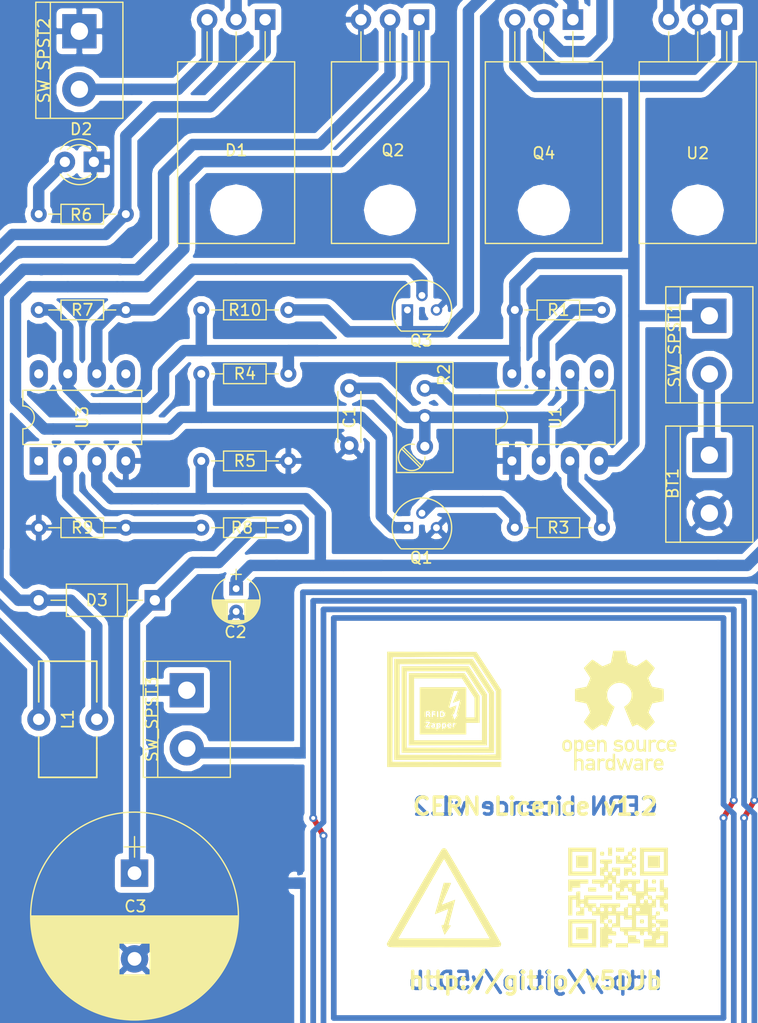
<source format=kicad_pcb>
(kicad_pcb (version 20170123) (host pcbnew no-vcs-found-e2505cb~60~ubuntu14.04.1)
  (layers (0 F.Cu signal) (31 B.Cu signal hide) (34 B.Paste user) (35 F.Paste user hide) (36 B.SilkS user hide) (37 F.SilkS user) (38 B.Mask user hide) (39 F.Mask user hide) (44 Edge.Cuts user hide))
  (net 0 "")
  (net 1 "Net-(AE1-Pad1)")
  (net 2 GNDPWR)
  (net 3 "Net-(C2-Pad1)")
  (net 4 "Net-(C3-Pad1)")
  (net 5 "Net-(D1-Pad1)")
  (net 6 C)
  (net 7 "Net-(D1-Pad3)")
  (net 8 "Net-(D2-Pad2)")
  (net 9 "Net-(D3-Pad2)")
  (net 10 "Net-(Q1-Pad2)")
  (net 11 A)
  (net 12 "Net-(Q3-Pad1)")
  (net 13 "Net-(Q3-Pad2)")
  (net 14 Q)
  (net 15 B)
  (net 16 "Net-(U1-Pad5)")
  (net 17 /VCC)
  (net 18 /THR)
  (net 19 /VDD)
  (net 20 /DIS)
  (net 21 "Net-(U3-Pad8)")
  (net 22 "Net-(U3-Pad5)")
  (net 23 "Net-(U3-Pad1)")
  (module Graphics:high-voltaje (layer F.Cu) (at 180.75 119.25)
    (fp_text reference G*** hide)
    (fp_text value LOGO hide)
  )
  (module Potentiometers:Potentiometer_Trimmer_Bourns_3296W (layer F.Cu) (at 179.07 79.756 270)
    (fp_text reference R2 (at -6.256 -1.68 270) (layer F.SilkS))
    (fp_text value 2k)
    (pad 1 thru_hole circle (at 0 0 270) (size 1.44 1.44) (drill 0.8) (layers *.Cu *.Mask) (net 18 /THR))
    (pad 2 thru_hole circle (at -2.54 0 270) (size 1.44 1.44) (drill 0.8) (layers *.Cu *.Mask) (net 18 /THR))
    (pad 3 thru_hole circle (at -5.08 0 270) (size 1.44 1.44) (drill 0.8) (layers *.Cu *.Mask) (net 20 /DIS))
  )
  (module RF_Modules:NFC_ANTENNA_40_40 (layer B.Cu) (at 168.402 112.268)
    (fp_text reference AE1)
    (fp_text value Antenna_RFID)
    (fp_line (start 0.9 1.2) (end 1.8 0.35) (layer B.Cu) (width 0.5))
    (fp_line (start 38.6 -1.2) (end 39.5 -0.35) (layer B.Cu) (width 0.5))
    (fp_line (start 36.8 -1.2) (end 37.7 -0.35) (layer B.Cu) (width 0.5))
    (fp_line (start 0.9 0) (end 1.8 1.55) (layer F.Cu) (width 0.5))
    (fp_line (start 39.5 -1.55) (end 38.6 0) (layer F.Cu) (width 0.5))
    (fp_line (start 37.7 -1.55) (end 36.8 0) (layer F.Cu) (width 0.5))
    (fp_line (start 0.9 1.2) (end 0.9 19) (layer B.Cu) (width 0.5))
    (fp_line (start 1.8 -18.25) (end 1.8 0.35) (layer B.Cu) (width 0.5))
    (fp_line (start 1.8 18.25) (end 1.8 1.55) (layer B.Cu) (width 0.5))
    (fp_line (start 2.7 -17.5) (end 2.7 17.5) (layer B.Cu) (width 0.5))
    (fp_line (start 0.9 -19) (end 0.9 0) (layer B.Cu) (width 0.5))
    (fp_line (start 36.8 17.5) (end 36.8 0) (layer B.Cu) (width 0.5))
    (fp_line (start 37.7 18.25) (end 37.7 -0.35) (layer B.Cu) (width 0.5))
    (fp_line (start 38.6 19) (end 38.6 0) (layer B.Cu) (width 0.5))
    (fp_line (start 2.7 17.5) (end 36.8 17.5) (layer B.Cu) (width 0.5))
    (fp_line (start 1.8 18.25) (end 37.7 18.25) (layer B.Cu) (width 0.5))
    (fp_line (start 38.6 19) (end 0.9 19) (layer B.Cu) (width 0.5))
    (fp_line (start 2.7 -17.5) (end 36.8 -17.5) (layer B.Cu) (width 0.5))
    (fp_line (start 1.8 -18.25) (end 37.7 -18.25) (layer B.Cu) (width 0.5))
    (fp_line (start 36.8 -17.5) (end 36.8 -1.2) (layer B.Cu) (width 0.5))
    (fp_line (start 37.7 -18.25) (end 37.7 -1.55) (layer B.Cu) (width 0.5))
    (fp_line (start 38.6 -19) (end 0.9 -19) (layer B.Cu) (width 0.5))
    (fp_line (start 38.6 -19) (end 38.6 -1.2) (layer B.Cu) (width 0.5))
    (fp_line (start 39.5 -19.75) (end 39.5 -1.55) (layer B.Cu) (width 0.5))
    (fp_line (start 39.5 19.75) (end 39.5 -0.35) (layer B.Cu) (width 0.5))
    (fp_line (start 0 -19.75) (end 39.5 -19.75) (layer B.Cu) (width 0.5))
    (fp_line (start 0 19.75) (end 39.5 19.75) (layer B.Cu) (width 0.5))
    (fp_line (start 0 5.7) (end 0 19.75) (layer B.Cu) (width 0.5))
    (fp_line (start 0 -5.7) (end 0 -19.75) (layer B.Cu) (width 0.5))
    (pad 1 smd rect (at -0.25 -5.7) (size 1 1) (layers B.Cu B.Paste B.Mask) (net 1 "Net-(AE1-Pad1)"))
    (pad 2 smd rect (at -0.25 5.7) (size 1 1) (layers B.Cu B.Paste B.Mask) (net 2 GNDPWR))
    (pad "" thru_hole circle (at 39.5 -1.55) (size 0.7 0.7) (drill 0.35) (layers *.Cu *.Mask))
    (pad "" thru_hole circle (at 38.6 0) (size 0.7 0.7) (drill 0.35) (layers *.Cu *.Mask))
    (pad "" thru_hole circle (at 36.8 0) (size 0.7 0.7) (drill 0.35) (layers *.Cu *.Mask))
    (pad "" thru_hole circle (at 37.7 -1.55) (size 0.7 0.7) (drill 0.35) (layers *.Cu *.Mask))
    (pad "" thru_hole circle (at 0.9 0) (size 0.7 0.7) (drill 0.35) (layers *.Cu *.Mask))
    (pad "" thru_hole circle (at 1.8 1.55) (size 0.7 0.7) (drill 0.35) (layers *.Cu *.Mask))
  )
  (module Connect:bornier2 (layer F.Cu) (at 203.962 80.518 270)
    (fp_text reference BT1 (at 2.482 3.212 270) (layer F.SilkS))
    (fp_text value Battery9v)
    (pad 1 thru_hole rect (at 0 0 270) (size 3 3) (drill 1.52) (layers *.Cu *.Mask) (net 17 /VCC))
    (pad 2 thru_hole circle (at 5.08 0 270) (size 3 3) (drill 1.52) (layers *.Cu *.Mask) (net 2 GNDPWR))
  )
  (module Capacitors_ThroughHole:C_Disc_D4.3mm_W1.9mm_P5.00mm (layer F.Cu) (at 172.466 74.676 270)
    (fp_text reference C1 (at 2.54 0 270) (layer F.SilkS))
    (fp_text value 20nF)
    (pad 2 thru_hole circle (at 5 0 270) (size 1.6 1.6) (drill 0.8) (layers *.Cu *.Mask) (net 2 GNDPWR))
    (pad 1 thru_hole circle (at 0 0 270) (size 1.6 1.6) (drill 0.8) (layers *.Cu *.Mask) (net 18 /THR))
  )
  (module Capacitors_ThroughHole:CP_Radial_D4.0mm_P2.00mm (layer F.Cu) (at 162.56 92.202 270)
    (fp_text reference C2 (at 3.798 0.06) (layer F.SilkS))
    (fp_text value "100uF 16v")
    (pad 2 thru_hole circle (at 2 0 270) (size 1.2 1.2) (drill 0.6) (layers *.Cu *.Mask) (net 2 GNDPWR))
    (pad 1 thru_hole rect (at 0 0 270) (size 1.2 1.2) (drill 0.6) (layers *.Cu *.Mask) (net 3 "Net-(C2-Pad1)"))
  )
  (module Capacitors_ThroughHole:CP_Radial_D18.0mm_P7.50mm (layer F.Cu) (at 153.67 117.094 270)
    (fp_text reference C3 (at 2.906 -0.08) (layer F.SilkS))
    (fp_text value "120uF 400v")
    (pad 2 thru_hole circle (at 7.5 0 270) (size 2.4 2.4) (drill 1.2) (layers *.Cu *.Mask) (net 2 GNDPWR))
    (pad 1 thru_hole rect (at 0 0 270) (size 2.4 2.4) (drill 1.2) (layers *.Cu *.Mask) (net 4 "Net-(C3-Pad1)"))
  )
  (module TO_SOT_Packages_THT:TO-220_Horizontal (layer F.Cu) (at 165.1 42.418 180)
    (fp_text reference D1 (at 2.54 -11.43 180) (layer F.SilkS))
    (fp_text value "T410 700T")
    (pad 0 np_thru_hole oval (at 2.54 -16.66 180) (size 3.5 3.5) (drill 3.5) (layers *.Cu *.Mask))
    (pad 1 thru_hole rect (at 0 0 180) (size 1.8 1.8) (drill 1) (layers *.Cu *.Mask) (net 5 "Net-(D1-Pad1)"))
    (pad 2 thru_hole oval (at 2.54 0 180) (size 1.8 1.8) (drill 1) (layers *.Cu *.Mask) (net 6 C))
    (pad 3 thru_hole oval (at 5.08 0 180) (size 1.8 1.8) (drill 1) (layers *.Cu *.Mask) (net 7 "Net-(D1-Pad3)"))
  )
  (module LEDs:LED_D3.0mm (layer F.Cu) (at 150.114 54.864 180)
    (fp_text reference D2 (at 1.114 2.864 180) (layer F.SilkS))
    (fp_text value LED)
    (pad 2 thru_hole circle (at 2.54 0 180) (size 1.8 1.8) (drill 0.9) (layers *.Cu *.Mask) (net 8 "Net-(D2-Pad2)"))
    (pad 1 thru_hole rect (at 0 0 180) (size 1.8 1.8) (drill 0.9) (layers *.Cu *.Mask) (net 2 GNDPWR))
  )
  (module Diodes_ThroughHole:D_A-405_P10.16mm_Horizontal (layer F.Cu) (at 155.448 93.218 180)
    (fp_text reference D3 (at 5.08 0 180) (layer F.SilkS))
    (fp_text value RG4)
    (pad 2 thru_hole oval (at 10.16 0 180) (size 1.8 1.8) (drill 0.9) (layers *.Cu *.Mask) (net 9 "Net-(D3-Pad2)"))
    (pad 1 thru_hole rect (at 0 0 180) (size 1.8 1.8) (drill 0.9) (layers *.Cu *.Mask) (net 4 "Net-(C3-Pad1)"))
  )
  (module TO_SOT_Packages_THT:TO-92_Molded_Narrow (layer F.Cu) (at 177.546 86.868)
    (fp_text reference Q1 (at 1.204 2.632) (layer F.SilkS))
    (fp_text value BC549)
    (pad 1 thru_hole rect (at 0 0 90) (size 1 1) (drill 0.6) (layers *.Cu *.Mask) (net 11 A))
    (pad 3 thru_hole circle (at 2.54 0 90) (size 1 1) (drill 0.6) (layers *.Cu *.Mask) (net 2 GNDPWR))
    (pad 2 thru_hole circle (at 1.27 -1.27 90) (size 1 1) (drill 0.6) (layers *.Cu *.Mask) (net 10 "Net-(Q1-Pad2)"))
  )
  (module TO_SOT_Packages_THT:TO-220_Horizontal (layer F.Cu) (at 178.562 42.418 180)
    (fp_text reference Q2 (at 2.286 -11.43 180) (layer F.SilkS))
    (fp_text value "P3NB90 FP")
    (pad 3 thru_hole oval (at 5.08 0 180) (size 1.8 1.8) (drill 1) (layers *.Cu *.Mask) (net 2 GNDPWR))
    (pad 2 thru_hole oval (at 2.54 0 180) (size 1.8 1.8) (drill 1) (layers *.Cu *.Mask) (net 9 "Net-(D3-Pad2)"))
    (pad 1 thru_hole rect (at 0 0 180) (size 1.8 1.8) (drill 1) (layers *.Cu *.Mask) (net 11 A))
    (pad 0 np_thru_hole oval (at 2.54 -16.66 180) (size 3.5 3.5) (drill 3.5) (layers *.Cu *.Mask))
  )
  (module TO_SOT_Packages_THT:TO-92_Molded_Narrow (layer F.Cu) (at 177.546 67.818)
    (fp_text reference Q3 (at 1.204 2.682) (layer F.SilkS))
    (fp_text value BC549)
    (pad 1 thru_hole rect (at 0 0 90) (size 1 1) (drill 0.6) (layers *.Cu *.Mask) (net 12 "Net-(Q3-Pad1)"))
    (pad 3 thru_hole circle (at 2.54 0 90) (size 1 1) (drill 0.6) (layers *.Cu *.Mask) (net 2 GNDPWR))
    (pad 2 thru_hole circle (at 1.27 -1.27 90) (size 1 1) (drill 0.6) (layers *.Cu *.Mask) (net 13 "Net-(Q3-Pad2)"))
  )
  (module TO_SOT_Packages_THT:TO-220_Horizontal (layer F.Cu) (at 192.024 42.418 180)
    (fp_text reference Q4 (at 2.54 -11.684 180) (layer F.SilkS))
    (fp_text value IRF9630G)
    (pad 3 thru_hole oval (at 5.08 0 180) (size 1.8 1.8) (drill 1) (layers *.Cu *.Mask) (net 19 /VDD))
    (pad 2 thru_hole oval (at 2.54 0 180) (size 1.8 1.8) (drill 1) (layers *.Cu *.Mask) (net 6 C))
    (pad 1 thru_hole rect (at 0 0 180) (size 1.8 1.8) (drill 1) (layers *.Cu *.Mask) (net 12 "Net-(Q3-Pad1)"))
    (pad 0 np_thru_hole oval (at 2.54 -16.66 180) (size 3.5 3.5) (drill 3.5) (layers *.Cu *.Mask))
  )
  (module Resistors_ThroughHole:R_Axial_DIN0204_L3.6mm_D1.6mm_P7.62mm_Horizontal (layer F.Cu) (at 186.944 67.818)
    (fp_text reference R1 (at 3.81 0) (layer F.SilkS))
    (fp_text value 1k)
    (pad 1 thru_hole circle (at 0 0) (size 1.4 1.4) (drill 0.7) (layers *.Cu *.Mask) (net 19 /VDD))
    (pad 2 thru_hole oval (at 7.62 0) (size 1.4 1.4) (drill 0.7) (layers *.Cu *.Mask) (net 20 /DIS))
  )
  (module Resistors_ThroughHole:R_Axial_DIN0204_L3.6mm_D1.6mm_P7.62mm_Horizontal (layer F.Cu) (at 186.944 86.868)
    (fp_text reference R3 (at 3.81 0) (layer F.SilkS))
    (fp_text value 1k)
    (pad 2 thru_hole oval (at 7.62 0) (size 1.4 1.4) (drill 0.7) (layers *.Cu *.Mask) (net 14 Q))
    (pad 1 thru_hole circle (at 0 0) (size 1.4 1.4) (drill 0.7) (layers *.Cu *.Mask) (net 10 "Net-(Q1-Pad2)"))
  )
  (module Resistors_ThroughHole:R_Axial_DIN0204_L3.6mm_D1.6mm_P7.62mm_Horizontal (layer F.Cu) (at 167.132 73.406 180)
    (fp_text reference R4 (at 3.81 0 180) (layer F.SilkS))
    (fp_text value 220)
    (pad 2 thru_hole oval (at 7.62 0 180) (size 1.4 1.4) (drill 0.7) (layers *.Cu *.Mask) (net 11 A))
    (pad 1 thru_hole circle (at 0 0 180) (size 1.4 1.4) (drill 0.7) (layers *.Cu *.Mask) (net 19 /VDD))
  )
  (module Resistors_ThroughHole:R_Axial_DIN0204_L3.6mm_D1.6mm_P7.62mm_Horizontal (layer F.Cu) (at 159.512 81.026)
    (fp_text reference R5 (at 3.81 0 -180) (layer F.SilkS))
    (fp_text value 10k)
    (pad 2 thru_hole oval (at 7.62 0) (size 1.4 1.4) (drill 0.7) (layers *.Cu *.Mask) (net 2 GNDPWR))
    (pad 1 thru_hole circle (at 0 0) (size 1.4 1.4) (drill 0.7) (layers *.Cu *.Mask) (net 3 "Net-(C2-Pad1)"))
  )
  (module Resistors_ThroughHole:R_Axial_DIN0204_L3.6mm_D1.6mm_P7.62mm_Horizontal (layer F.Cu) (at 152.908 59.436 180)
    (fp_text reference R6 (at 3.908 -0.064 180) (layer F.SilkS))
    (fp_text value 330)
    (pad 1 thru_hole circle (at 0 0 180) (size 1.4 1.4) (drill 0.7) (layers *.Cu *.Mask) (net 5 "Net-(D1-Pad1)"))
    (pad 2 thru_hole oval (at 7.62 0 180) (size 1.4 1.4) (drill 0.7) (layers *.Cu *.Mask) (net 8 "Net-(D2-Pad2)"))
  )
  (module Resistors_ThroughHole:R_Axial_DIN0204_L3.6mm_D1.6mm_P7.62mm_Horizontal (layer F.Cu) (at 145.288 67.818)
    (fp_text reference R7 (at 3.81 0) (layer F.SilkS))
    (fp_text value 1k)
    (pad 1 thru_hole circle (at 0 0) (size 1.4 1.4) (drill 0.7) (layers *.Cu *.Mask) (net 19 /VDD))
    (pad 2 thru_hole oval (at 7.62 0) (size 1.4 1.4) (drill 0.7) (layers *.Cu *.Mask) (net 13 "Net-(Q3-Pad2)"))
  )
  (module Resistors_ThroughHole:R_Axial_DIN0204_L3.6mm_D1.6mm_P7.62mm_Horizontal (layer F.Cu) (at 167.132 86.868 180)
    (fp_text reference R8 (at 4.064 0 180) (layer F.SilkS))
    (fp_text value 10M)
    (pad 1 thru_hole circle (at 0 0 180) (size 1.4 1.4) (drill 0.7) (layers *.Cu *.Mask) (net 4 "Net-(C3-Pad1)"))
    (pad 2 thru_hole oval (at 7.62 0 180) (size 1.4 1.4) (drill 0.7) (layers *.Cu *.Mask) (net 15 B))
  )
  (module Resistors_ThroughHole:R_Axial_DIN0204_L3.6mm_D1.6mm_P7.62mm_Horizontal (layer F.Cu) (at 152.908 86.868 180)
    (fp_text reference R9 (at 3.81 0 180) (layer F.SilkS))
    (fp_text value 150k)
    (pad 2 thru_hole oval (at 7.62 0 180) (size 1.4 1.4) (drill 0.7) (layers *.Cu *.Mask) (net 2 GNDPWR))
    (pad 1 thru_hole circle (at 0 0 180) (size 1.4 1.4) (drill 0.7) (layers *.Cu *.Mask) (net 15 B))
  )
  (module Resistors_ThroughHole:R_Axial_DIN0204_L3.6mm_D1.6mm_P7.62mm_Horizontal (layer F.Cu) (at 159.512 67.818)
    (fp_text reference R10 (at 3.81 0) (layer F.SilkS))
    (fp_text value 1k)
    (pad 2 thru_hole oval (at 7.62 0) (size 1.4 1.4) (drill 0.7) (layers *.Cu *.Mask) (net 12 "Net-(Q3-Pad1)"))
    (pad 1 thru_hole circle (at 0 0) (size 1.4 1.4) (drill 0.7) (layers *.Cu *.Mask) (net 19 /VDD))
  )
  (module Connect:bornier2 (layer F.Cu) (at 203.962 68.326 270)
    (fp_text reference SW_SPST1 (at 2.54 3.048 270) (layer F.SilkS))
    (fp_text value SW_READY)
    (pad 1 thru_hole rect (at 0 0 270) (size 3 3) (drill 1.52) (layers *.Cu *.Mask) (net 17 /VCC))
    (pad 2 thru_hole circle (at 5.08 0 270) (size 3 3) (drill 1.52) (layers *.Cu *.Mask) (net 19 /VDD))
  )
  (module Connect:bornier2 (layer F.Cu) (at 148.844 43.434 270)
    (fp_text reference SW_SPST2 (at 2.566 3.094 270) (layer F.SilkS))
    (fp_text value SW_CHARGE)
    (pad 2 thru_hole circle (at 5.08 0 270) (size 3 3) (drill 1.52) (layers *.Cu *.Mask) (net 7 "Net-(D1-Pad3)"))
    (pad 1 thru_hole rect (at 0 0 270) (size 3 3) (drill 1.52) (layers *.Cu *.Mask) (net 2 GNDPWR))
  )
  (module Connect:bornier2 (layer F.Cu) (at 158.242 101.092 270)
    (fp_text reference SW_SPST3 (at 2.54 3.048 270) (layer F.SilkS))
    (fp_text value SW_ZAP)
    (pad 2 thru_hole circle (at 5.08 0 270) (size 3 3) (drill 1.52) (layers *.Cu *.Mask) (net 1 "Net-(AE1-Pad1)"))
    (pad 1 thru_hole rect (at 0 0 270) (size 3 3) (drill 1.52) (layers *.Cu *.Mask) (net 4 "Net-(C3-Pad1)"))
  )
  (module TO_SOT_Packages_THT:TO-220_Horizontal (layer F.Cu) (at 205.486 42.418 180)
    (fp_text reference U2 (at 2.54 -11.684 180) (layer F.SilkS))
    (fp_text value L7805)
    (pad 0 np_thru_hole oval (at 2.54 -16.66 180) (size 3.5 3.5) (drill 3.5) (layers *.Cu *.Mask))
    (pad 1 thru_hole rect (at 0 0 180) (size 1.8 1.8) (drill 1) (layers *.Cu *.Mask) (net 19 /VDD))
    (pad 2 thru_hole oval (at 2.54 0 180) (size 1.8 1.8) (drill 1) (layers *.Cu *.Mask) (net 2 GNDPWR))
    (pad 3 thru_hole oval (at 5.08 0 180) (size 1.8 1.8) (drill 1) (layers *.Cu *.Mask) (net 3 "Net-(C2-Pad1)"))
  )
  (module Choke_Toroid_ThroughHole:Choke_Toroid_5x10mm_Vertical (layer F.Cu) (at 145.288 98.552 270)
    (fp_text reference L1 (at 5.08 -2.54 270) (layer F.SilkS))
    (fp_text value 100uH)
    (pad 2 thru_hole circle (at 5.08 -5.08 270) (size 1.99898 1.99898) (drill 1.00076) (layers *.Cu *.Mask) (net 9 "Net-(D3-Pad2)"))
    (pad 1 thru_hole circle (at 5.08 0 270) (size 1.99898 1.99898) (drill 1.00076) (layers *.Cu *.Mask) (net 5 "Net-(D1-Pad1)"))
  )
  (module Housings_DIP:DIP-8_W7.62mm_LongPads (layer F.Cu) (at 145.288 81.026 90)
    (fp_text reference U3 (at 3.81 3.81 90) (layer F.SilkS))
    (fp_text value TL071)
    (pad 8 thru_hole oval (at 7.62 0 90) (size 2.4 1.6) (drill 0.8) (layers *.Cu *.Mask) (net 21 "Net-(U3-Pad8)"))
    (pad 4 thru_hole oval (at 0 7.62 90) (size 2.4 1.6) (drill 0.8) (layers *.Cu *.Mask) (net 2 GNDPWR))
    (pad 7 thru_hole oval (at 7.62 2.54 90) (size 2.4 1.6) (drill 0.8) (layers *.Cu *.Mask) (net 19 /VDD))
    (pad 3 thru_hole oval (at 0 5.08 90) (size 2.4 1.6) (drill 0.8) (layers *.Cu *.Mask) (net 3 "Net-(C2-Pad1)"))
    (pad 6 thru_hole oval (at 7.62 5.08 90) (size 2.4 1.6) (drill 0.8) (layers *.Cu *.Mask) (net 13 "Net-(Q3-Pad2)"))
    (pad 2 thru_hole oval (at 0 2.54 90) (size 2.4 1.6) (drill 0.8) (layers *.Cu *.Mask) (net 15 B))
    (pad 5 thru_hole oval (at 7.62 7.62 90) (size 2.4 1.6) (drill 0.8) (layers *.Cu *.Mask) (net 22 "Net-(U3-Pad5)"))
    (pad 1 thru_hole rect (at 0 0 90) (size 2.4 1.6) (drill 0.8) (layers *.Cu *.Mask) (net 23 "Net-(U3-Pad1)"))
  )
  (module Housings_DIP:DIP-8_W7.62mm_LongPads (layer F.Cu) (at 186.69 81.026 90)
    (fp_text reference U1 (at 3.776 3.81 90) (layer F.SilkS))
    (fp_text value NE555)
    (pad 8 thru_hole oval (at 7.62 0 90) (size 2.4 1.6) (drill 0.8) (layers *.Cu *.Mask) (net 19 /VDD))
    (pad 4 thru_hole oval (at 0 7.62 90) (size 2.4 1.6) (drill 0.8) (layers *.Cu *.Mask) (net 19 /VDD))
    (pad 7 thru_hole oval (at 7.62 2.54 90) (size 2.4 1.6) (drill 0.8) (layers *.Cu *.Mask) (net 20 /DIS))
    (pad 3 thru_hole oval (at 0 5.08 90) (size 2.4 1.6) (drill 0.8) (layers *.Cu *.Mask) (net 14 Q))
    (pad 6 thru_hole oval (at 7.62 5.08 90) (size 2.4 1.6) (drill 0.8) (layers *.Cu *.Mask) (net 18 /THR))
    (pad 2 thru_hole oval (at 0 2.54 90) (size 2.4 1.6) (drill 0.8) (layers *.Cu *.Mask) (net 18 /THR))
    (pad 5 thru_hole oval (at 7.62 7.62 90) (size 2.4 1.6) (drill 0.8) (layers *.Cu *.Mask) (net 16 "Net-(U1-Pad5)"))
    (pad 1 thru_hole rect (at 0 0 90) (size 2.4 1.6) (drill 0.8) (layers *.Cu *.Mask) (net 2 GNDPWR))
  )
  (module Graphics:open-source-hardware (layer F.Cu) (at 196.088 102.87)
    (fp_text reference G*** hide)
    (fp_text value LOGO hide)
  )
  (module Graphics:gitqrcode (layer F.Cu) (at 196 119.25)
    (fp_text reference G*** hide)
    (fp_text value LOGO hide)
  )
  (module Graphics:rfidzapper (layer F.Cu) (at 180.75 102.75)
    (fp_text reference G*** hide)
    (fp_text value LOGO hide)
  )
  (module Graphics:gitqrcode_cu (layer B.Cu) (at 180.75 119.25)
    (fp_text reference G*** hide)
    (fp_text value LOGO hide)
  )
  (module Graphics:high-voltaje_cu (layer B.Cu) (at 196 119.25 180)
    (fp_text reference G*** hide)
    (fp_text value LOGO hide)
  )
  (module Graphics:open-source-hardware_cu (layer B.Cu) (at 180.75 103 180)
    (fp_text reference G*** hide)
    (fp_text value LOGO hide)
  )
  (module Graphics:rfidzapper_cu (layer B.Cu) (at 196 102.75 180)
    (fp_text reference G*** hide)
    (fp_text value LOGO hide)
  )
  (gr_text http://git.io/v5DJb (at 188.75 126.5) (layer B.Cu) (effects (font (size 1.5 1.5) (thickness 0.3)) (justify mirror)))
  (gr_text "CERN Licence v1.2" (at 188.75 111.25) (layer B.Cu) (effects (font (size 1.5 1.5) (thickness 0.3)) (justify mirror)))
  (gr_text http://git.io/v5DJb (at 188.722 126.492) (layer F.SilkS) (effects (font (size 1.5 1.5) (thickness 0.3))))
  (gr_text "CERN Licence v1.2" (at 188.722 111.252) (layer F.SilkS) (effects (font (size 1.5 1.5) (thickness 0.3))))
  (segment (start 168.152 106.568) (end 158.638 106.568) (width 1) (layer B.Cu) (net 1))
  (segment (start 158.638 106.568) (end 158.242 106.172) (width 1) (layer B.Cu) (net 1))
  (segment (start 158.354 106.06) (end 158.242 106.172) (width 1) (layer B.Cu) (net 1))
  (segment (start 168.152 117.968) (end 160.296 117.968) (width 1) (layer B.Cu) (net 2))
  (segment (start 160.296 117.968) (end 153.67 124.594) (width 1) (layer B.Cu) (net 2))
  (segment (start 162.56 92.202) (end 162.56 91.44) (width 1) (layer B.Cu) (net 3))
  (segment (start 163.83 90.17) (end 166.116 90.17) (width 1) (layer B.Cu) (net 3))
  (segment (start 162.56 91.44) (end 163.83 90.17) (width 1) (layer B.Cu) (net 3))
  (segment (start 171.958 90.17) (end 166.116 90.17) (width 1) (layer B.Cu) (net 3))
  (segment (start 175.26 90.17) (end 171.958 90.17) (width 1) (layer B.Cu) (net 3))
  (segment (start 200.406 42.418) (end 200.406 39.624) (width 1) (layer B.Cu) (net 3))
  (segment (start 207.264 90.17) (end 204.724 90.17) (width 1) (layer B.Cu) (net 3))
  (segment (start 209.804 87.63) (end 207.264 90.17) (width 1) (layer B.Cu) (net 3))
  (segment (start 209.804 39.878) (end 209.804 87.63) (width 1) (layer B.Cu) (net 3))
  (segment (start 208.026 38.1) (end 209.804 39.878) (width 1) (layer B.Cu) (net 3))
  (segment (start 201.93 38.1) (end 208.026 38.1) (width 1) (layer B.Cu) (net 3))
  (segment (start 200.406 39.624) (end 201.93 38.1) (width 1) (layer B.Cu) (net 3))
  (segment (start 204.724 90.17) (end 175.26 90.17) (width 1) (layer B.Cu) (net 3))
  (segment (start 175.26 90.17) (end 170.18 90.17) (width 1) (layer B.Cu) (net 3))
  (segment (start 170.18 90.17) (end 169.926 90.17) (width 1) (layer B.Cu) (net 3))
  (segment (start 163.068 84.328) (end 159.766 84.328) (width 1) (layer B.Cu) (net 3))
  (segment (start 168.656 84.328) (end 169.926 85.598) (width 1) (layer B.Cu) (net 3))
  (segment (start 169.926 85.598) (end 169.926 89.408) (width 1) (layer B.Cu) (net 3))
  (segment (start 163.068 84.328) (end 168.656 84.328) (width 1) (layer B.Cu) (net 3))
  (segment (start 169.926 90.17) (end 169.926 89.408) (width 1) (layer B.Cu) (net 3))
  (segment (start 159.512 81.026) (end 159.512 84.328) (width 1) (layer B.Cu) (net 3))
  (segment (start 159.512 84.328) (end 159.766 84.328) (width 1) (layer B.Cu) (net 3))
  (segment (start 150.368 81.026) (end 150.368 83.058) (width 1) (layer B.Cu) (net 3))
  (segment (start 155.194 84.328) (end 153.416 84.328) (width 1) (layer B.Cu) (net 3))
  (segment (start 155.702 84.328) (end 155.194 84.328) (width 1) (layer B.Cu) (net 3))
  (segment (start 159.766 84.328) (end 155.702 84.328) (width 1) (layer B.Cu) (net 3))
  (segment (start 151.638 84.328) (end 153.416 84.328) (width 1) (layer B.Cu) (net 3))
  (segment (start 150.368 83.058) (end 151.638 84.328) (width 1) (layer B.Cu) (net 3))
  (segment (start 158.242 101.092) (end 153.67 101.092) (width 1) (layer B.Cu) (net 4))
  (segment (start 153.67 106.426) (end 153.924 106.426) (width 1) (layer B.Cu) (net 4))
  (segment (start 153.924 106.426) (end 153.67 106.426) (width 1) (layer B.Cu) (net 4))
  (segment (start 153.67 117.094) (end 153.67 106.426) (width 1) (layer B.Cu) (net 4))
  (segment (start 153.67 106.426) (end 153.67 101.092) (width 1) (layer B.Cu) (net 4))
  (segment (start 153.67 101.092) (end 153.67 94.996) (width 1) (layer B.Cu) (net 4))
  (segment (start 158.75 89.916) (end 159.512 89.916) (width 1) (layer B.Cu) (net 4))
  (segment (start 153.67 94.996) (end 158.75 89.916) (width 1) (layer B.Cu) (net 4))
  (segment (start 167.132 86.868) (end 164.084 86.868) (width 1) (layer B.Cu) (net 4))
  (segment (start 161.036 89.916) (end 159.512 89.916) (width 1) (layer B.Cu) (net 4))
  (segment (start 164.084 86.868) (end 161.036 89.916) (width 1) (layer B.Cu) (net 4))
  (segment (start 155.448 50.038) (end 160.274 50.038) (width 1) (layer B.Cu) (net 5))
  (segment (start 152.908 52.578) (end 155.448 50.038) (width 1) (layer B.Cu) (net 5))
  (segment (start 139.065 92.583) (end 139.065 65.151) (width 1) (layer B.Cu) (net 5))
  (segment (start 139.065 65.151) (end 141.224 62.992) (width 1) (layer B.Cu) (net 5))
  (segment (start 143.002 61.214) (end 141.224 62.992) (width 1) (layer B.Cu) (net 5))
  (segment (start 151.13 61.214) (end 143.002 61.214) (width 1) (layer B.Cu) (net 5))
  (segment (start 152.908 59.436) (end 151.13 61.214) (width 1) (layer B.Cu) (net 5))
  (segment (start 145.288 98.806) (end 139.065 92.583) (width 1) (layer B.Cu) (net 5))
  (segment (start 145.288 98.806) (end 145.288 103.632) (width 1) (layer B.Cu) (net 5))
  (segment (start 152.908 59.436) (end 152.908 52.578) (width 1) (layer B.Cu) (net 5))
  (segment (start 160.274 50.038) (end 165.1 45.212) (width 1) (layer B.Cu) (net 5))
  (segment (start 165.1 45.212) (end 165.1 42.418) (width 1) (layer B.Cu) (net 5))
  (segment (start 162.56 42.418) (end 162.56 39.878) (width 1) (layer B.Cu) (net 6))
  (segment (start 192.786 37.846) (end 172.974 37.846) (width 1) (layer B.Cu) (net 6))
  (segment (start 189.484 43.688) (end 191.008 45.212) (width 1) (layer B.Cu) (net 6))
  (segment (start 191.008 45.212) (end 193.294 45.212) (width 1) (layer B.Cu) (net 6))
  (segment (start 193.294 45.212) (end 194.564 43.942) (width 1) (layer B.Cu) (net 6))
  (segment (start 194.564 43.942) (end 194.564 39.624) (width 1) (layer B.Cu) (net 6))
  (segment (start 194.564 39.624) (end 192.786 37.846) (width 1) (layer B.Cu) (net 6))
  (segment (start 189.484 42.418) (end 189.484 43.688) (width 1) (layer B.Cu) (net 6))
  (segment (start 162.56 39.878) (end 164.592 37.846) (width 1) (layer B.Cu) (net 6))
  (segment (start 164.592 37.846) (end 172.974 37.846) (width 1) (layer B.Cu) (net 6))
  (segment (start 160.02 42.418) (end 160.02 45.974) (width 1) (layer B.Cu) (net 7))
  (segment (start 157.48 48.514) (end 153.416 48.514) (width 1) (layer B.Cu) (net 7))
  (segment (start 160.02 45.974) (end 157.48 48.514) (width 1) (layer B.Cu) (net 7))
  (segment (start 148.844 48.514) (end 153.416 48.514) (width 1) (layer B.Cu) (net 7))
  (segment (start 145.288 59.436) (end 145.288 57.15) (width 1) (layer B.Cu) (net 8))
  (segment (start 145.288 57.15) (end 147.574 54.864) (width 1) (layer B.Cu) (net 8))
  (segment (start 169.926 53.34) (end 170.688 52.578) (width 1) (layer B.Cu) (net 9))
  (segment (start 158.75 53.34) (end 169.926 53.34) (width 1) (layer B.Cu) (net 9))
  (segment (start 158.242 53.848) (end 158.75 53.34) (width 1) (layer B.Cu) (net 9))
  (segment (start 145.288 93.218) (end 143.51 93.218) (width 1) (layer B.Cu) (net 9))
  (segment (start 141.732 88.646) (end 141.755998 88.646) (width 1) (layer B.Cu) (net 9))
  (segment (start 141.732 91.44) (end 141.732 88.646) (width 1) (layer B.Cu) (net 9))
  (segment (start 143.51 93.218) (end 141.732 91.44) (width 1) (layer B.Cu) (net 9))
  (segment (start 150.368 103.632) (end 150.368 95.504) (width 1) (layer B.Cu) (net 9))
  (segment (start 148.082 93.218) (end 145.288 93.218) (width 1) (layer B.Cu) (net 9))
  (segment (start 150.368 95.504) (end 148.082 93.218) (width 1) (layer B.Cu) (net 9))
  (segment (start 147.32 64.262) (end 143.928676 64.262) (width 1) (layer B.Cu) (net 9))
  (segment (start 143.928676 64.262) (end 141.755998 66.434678) (width 1) (layer B.Cu) (net 9))
  (segment (start 141.755998 66.434678) (end 141.755998 88.646) (width 1) (layer B.Cu) (net 9))
  (segment (start 156.21 61.976) (end 153.900002 64.285998) (width 1) (layer B.Cu) (net 9))
  (segment (start 156.21 55.88) (end 156.21 61.976) (width 1) (layer B.Cu) (net 9))
  (segment (start 158.242 53.848) (end 156.21 55.88) (width 1) (layer B.Cu) (net 9))
  (segment (start 145.518002 64.262) (end 145.518002 64.285998) (width 1) (layer B.Cu) (net 9))
  (segment (start 145.518002 64.285998) (end 145.518002 64.262) (width 1) (layer B.Cu) (net 9))
  (segment (start 152.4 64.285998) (end 152.4 64.262) (width 1) (layer B.Cu) (net 9))
  (segment (start 153.900002 64.285998) (end 152.4 64.285998) (width 1) (layer B.Cu) (net 9))
  (segment (start 152.4 64.262) (end 147.32 64.262) (width 1) (layer B.Cu) (net 9))
  (segment (start 147.32 64.262) (end 145.518002 64.262) (width 1) (layer B.Cu) (net 9))
  (segment (start 176.022 47.244) (end 170.688 52.578) (width 1) (layer B.Cu) (net 9))
  (segment (start 176.022 42.418) (end 176.022 47.244) (width 1) (layer B.Cu) (net 9))
  (segment (start 152.4 64.262) (end 152.4 64.262) (width 1) (layer B.Cu) (net 9))
  (segment (start 178.816 85.598) (end 179.832 84.582) (width 1) (layer B.Cu) (net 10))
  (segment (start 186.944 85.852) (end 186.944 86.868) (width 1) (layer B.Cu) (net 10))
  (segment (start 185.674 84.582) (end 186.944 85.852) (width 1) (layer B.Cu) (net 10))
  (segment (start 184.15 84.582) (end 185.674 84.582) (width 1) (layer B.Cu) (net 10))
  (segment (start 179.832 84.582) (end 184.15 84.582) (width 1) (layer B.Cu) (net 10))
  (segment (start 171.727998 54.840002) (end 173.482 53.086) (width 1) (layer B.Cu) (net 11))
  (segment (start 159.535998 54.840002) (end 171.727998 54.840002) (width 1) (layer B.Cu) (net 11))
  (segment (start 157.988 56.388) (end 159.535998 54.840002) (width 1) (layer B.Cu) (net 11))
  (segment (start 157.988 57.658) (end 157.988 56.388) (width 1) (layer B.Cu) (net 11))
  (segment (start 152.654 65.786) (end 154.686 65.786) (width 1) (layer B.Cu) (net 11))
  (segment (start 157.988 62.484) (end 157.988 57.658) (width 1) (layer B.Cu) (net 11))
  (segment (start 154.686 65.786) (end 157.988 62.484) (width 1) (layer B.Cu) (net 11))
  (segment (start 146.558 78.232) (end 145.796 78.232) (width 1) (layer B.Cu) (net 11))
  (segment (start 145.796 78.232) (end 143.256 75.692) (width 1) (layer B.Cu) (net 11))
  (segment (start 143.256 67.056) (end 143.764 66.548) (width 1) (layer B.Cu) (net 11))
  (segment (start 143.256 75.692) (end 143.256 67.056) (width 1) (layer B.Cu) (net 11))
  (segment (start 147.828 65.786) (end 144.526 65.786) (width 1) (layer B.Cu) (net 11))
  (segment (start 144.526 65.786) (end 143.764 66.548) (width 1) (layer B.Cu) (net 11))
  (segment (start 152.146 65.786) (end 152.654 65.786) (width 1) (layer B.Cu) (net 11))
  (segment (start 178.562 48.006) (end 173.482 53.086) (width 1) (layer B.Cu) (net 11))
  (segment (start 178.562 42.418) (end 178.562 48.006) (width 1) (layer B.Cu) (net 11))
  (segment (start 152.146 65.786) (end 147.828 65.786) (width 1) (layer B.Cu) (net 11))
  (segment (start 159.512 77.216) (end 157.734 77.216) (width 1) (layer B.Cu) (net 11))
  (segment (start 157.734 77.216) (end 156.718 78.232) (width 1) (layer B.Cu) (net 11))
  (segment (start 156.718 78.232) (end 146.558 78.232) (width 1) (layer B.Cu) (net 11))
  (segment (start 177.546 86.868) (end 176.276 86.868) (width 1) (layer B.Cu) (net 11))
  (segment (start 173.482 77.216) (end 175.26 78.994) (width 1) (layer B.Cu) (net 11))
  (segment (start 159.512 77.216) (end 159.512 73.406) (width 1) (layer B.Cu) (net 11))
  (segment (start 159.512 77.216) (end 173.482 77.216) (width 1) (layer B.Cu) (net 11))
  (segment (start 175.26 85.852) (end 175.26 78.994) (width 1) (layer B.Cu) (net 11))
  (segment (start 176.276 86.868) (end 175.26 85.852) (width 1) (layer B.Cu) (net 11))
  (segment (start 167.132 67.818) (end 170.434 67.818) (width 1) (layer B.Cu) (net 12))
  (segment (start 170.434 67.818) (end 172.339 69.723) (width 1) (layer B.Cu) (net 12))
  (segment (start 192.024 42.418) (end 192.024 40.894) (width 1) (layer B.Cu) (net 12))
  (segment (start 180.975 69.723) (end 182.88 67.818) (width 1) (layer B.Cu) (net 12))
  (segment (start 182.88 67.818) (end 182.88 41.656) (width 1) (layer B.Cu) (net 12))
  (segment (start 182.88 41.656) (end 184.912 39.624) (width 1) (layer B.Cu) (net 12))
  (segment (start 184.912 39.624) (end 190.754 39.624) (width 1) (layer B.Cu) (net 12))
  (segment (start 180.975 69.723) (end 180.594 69.723) (width 1) (layer B.Cu) (net 12))
  (segment (start 192.024 40.894) (end 190.754 39.624) (width 1) (layer B.Cu) (net 12))
  (segment (start 180.594 69.723) (end 180.086 69.723) (width 1) (layer B.Cu) (net 12))
  (segment (start 180.086 69.723) (end 172.339 69.723) (width 1) (layer B.Cu) (net 12))
  (segment (start 177.546 67.818) (end 177.546 69.723) (width 1) (layer B.Cu) (net 12))
  (segment (start 177.546 69.723) (end 180.594 69.723) (width 1) (layer B.Cu) (net 12))
  (segment (start 177.546 69.723) (end 177.546 69.596) (width 1) (layer B.Cu) (net 12))
  (segment (start 177.546 69.596) (end 177.546 69.723) (width 1) (layer B.Cu) (net 12))
  (segment (start 162.56 64.262) (end 158.75 64.262) (width 1) (layer B.Cu) (net 13))
  (segment (start 158.75 64.262) (end 155.194 67.818) (width 1) (layer B.Cu) (net 13))
  (segment (start 152.908 67.818) (end 155.194 67.818) (width 1) (layer B.Cu) (net 13))
  (segment (start 178.816 66.548) (end 178.816 65.278) (width 1) (layer B.Cu) (net 13))
  (segment (start 178.816 65.278) (end 177.8 64.262) (width 1) (layer B.Cu) (net 13))
  (segment (start 177.8 64.262) (end 162.56 64.262) (width 1) (layer B.Cu) (net 13))
  (segment (start 150.368 73.406) (end 150.368 69.342) (width 1) (layer B.Cu) (net 13))
  (segment (start 151.892 67.818) (end 152.908 67.818) (width 1) (layer B.Cu) (net 13))
  (segment (start 150.368 69.342) (end 151.892 67.818) (width 1) (layer B.Cu) (net 13))
  (segment (start 194.564 86.868) (end 194.564 85.598) (width 1) (layer B.Cu) (net 14))
  (segment (start 194.564 85.598) (end 192.024 83.058) (width 1) (layer B.Cu) (net 14))
  (segment (start 192.024 81.026) (end 192.024 83.058) (width 1) (layer B.Cu) (net 14))
  (segment (start 159.512 86.868) (end 152.908 86.868) (width 1) (layer B.Cu) (net 15))
  (segment (start 147.828 81.026) (end 147.828 84.074) (width 1) (layer B.Cu) (net 15))
  (segment (start 150.622 86.868) (end 152.908 86.868) (width 1) (layer B.Cu) (net 15))
  (segment (start 147.828 84.074) (end 150.622 86.868) (width 1) (layer B.Cu) (net 15))
  (segment (start 203.962 80.518) (end 203.962 73.406) (width 1) (layer B.Cu) (net 17))
  (segment (start 179.07 77.216) (end 177.546 77.216) (width 1) (layer B.Cu) (net 18))
  (segment (start 175.006 74.676) (end 172.466 74.676) (width 1) (layer B.Cu) (net 18))
  (segment (start 177.546 77.216) (end 175.006 74.676) (width 1) (layer B.Cu) (net 18))
  (segment (start 192.024 73.406) (end 192.024 75.946) (width 1) (layer B.Cu) (net 18))
  (segment (start 190.754 77.216) (end 189.484 77.216) (width 1) (layer B.Cu) (net 18))
  (segment (start 192.024 75.946) (end 190.754 77.216) (width 1) (layer B.Cu) (net 18))
  (segment (start 189.484 81.026) (end 189.484 77.216) (width 1) (layer B.Cu) (net 18))
  (segment (start 189.484 77.216) (end 189.23 77.216) (width 1) (layer B.Cu) (net 18))
  (segment (start 179.07 77.216) (end 189.23 77.216) (width 1) (layer B.Cu) (net 18))
  (segment (start 179.07 77.216) (end 179.07 79.756) (width 1) (layer B.Cu) (net 18))
  (segment (start 186.944 42.418) (end 186.944 46.482) (width 1) (layer B.Cu) (net 19))
  (segment (start 188.722 48.26) (end 197.358 48.26) (width 1) (layer B.Cu) (net 19))
  (segment (start 186.944 46.482) (end 188.722 48.26) (width 1) (layer B.Cu) (net 19))
  (segment (start 159.512 67.818) (end 159.512 71.374) (width 1) (layer B.Cu) (net 19))
  (segment (start 159.512 71.374) (end 159.512 71.12) (width 1) (layer B.Cu) (net 19))
  (segment (start 159.512 71.12) (end 159.512 71.374) (width 1) (layer B.Cu) (net 19))
  (segment (start 205.486 42.418) (end 205.486 45.974) (width 1) (layer B.Cu) (net 19))
  (segment (start 203.2 48.26) (end 197.358 48.26) (width 1) (layer B.Cu) (net 19))
  (segment (start 205.486 45.974) (end 203.2 48.26) (width 1) (layer B.Cu) (net 19))
  (segment (start 147.828 73.406) (end 147.828 74.676) (width 1) (layer B.Cu) (net 19))
  (segment (start 157.988 71.374) (end 156.21 73.152) (width 1) (layer B.Cu) (net 19))
  (segment (start 156.21 73.152) (end 156.21 75.184) (width 1) (layer B.Cu) (net 19))
  (segment (start 156.21 75.184) (end 154.94 76.454) (width 1) (layer B.Cu) (net 19))
  (segment (start 154.94 76.454) (end 150.622 76.454) (width 1) (layer B.Cu) (net 19))
  (segment (start 157.988 71.374) (end 159.512 71.374) (width 1) (layer B.Cu) (net 19))
  (segment (start 159.512 71.374) (end 169.672 71.374) (width 1) (layer B.Cu) (net 19))
  (segment (start 149.606 76.454) (end 150.622 76.454) (width 1) (layer B.Cu) (net 19))
  (segment (start 147.828 74.676) (end 149.606 76.454) (width 1) (layer B.Cu) (net 19))
  (segment (start 167.132 71.374) (end 169.672 71.374) (width 1) (layer B.Cu) (net 19))
  (segment (start 169.672 71.374) (end 186.944 71.374) (width 1) (layer B.Cu) (net 19))
  (segment (start 186.944 71.374) (end 186.944 71.12) (width 1) (layer B.Cu) (net 19))
  (segment (start 167.132 71.374) (end 167.132 73.406) (width 1) (layer B.Cu) (net 19))
  (segment (start 147.828 73.406) (end 147.828 69.342) (width 1) (layer B.Cu) (net 19))
  (segment (start 146.304 67.818) (end 145.288 67.818) (width 1) (layer B.Cu) (net 19))
  (segment (start 147.828 69.342) (end 146.304 67.818) (width 1) (layer B.Cu) (net 19))
  (segment (start 186.944 65.786) (end 186.944 65.532) (width 1) (layer B.Cu) (net 19))
  (segment (start 186.944 65.532) (end 188.722 63.754) (width 1) (layer B.Cu) (net 19))
  (segment (start 196.342 63.754) (end 197.358 63.754) (width 1) (layer B.Cu) (net 19))
  (segment (start 196.342 63.754) (end 188.722 63.754) (width 1) (layer B.Cu) (net 19))
  (segment (start 203.962 68.326) (end 197.358 68.326) (width 1) (layer B.Cu) (net 19))
  (segment (start 197.358 48.26) (end 197.358 48.514) (width 1) (layer B.Cu) (net 19))
  (segment (start 197.358 48.514) (end 197.358 63.754) (width 1) (layer B.Cu) (net 19))
  (segment (start 197.358 63.754) (end 197.358 68.326) (width 1) (layer B.Cu) (net 19))
  (segment (start 197.358 79.502) (end 195.834 81.026) (width 1) (layer B.Cu) (net 19))
  (segment (start 194.564 81.026) (end 195.834 81.026) (width 1) (layer B.Cu) (net 19))
  (segment (start 197.358 68.326) (end 197.358 79.502) (width 1) (layer B.Cu) (net 19))
  (segment (start 186.944 67.818) (end 186.944 65.786) (width 1) (layer B.Cu) (net 19))
  (segment (start 186.944 73.406) (end 186.944 71.12) (width 1) (layer B.Cu) (net 19))
  (segment (start 186.944 71.12) (end 186.944 67.818) (width 1) (layer B.Cu) (net 19))
  (segment (start 183.896 75.692) (end 181.356 75.692) (width 1) (layer B.Cu) (net 20))
  (segment (start 180.34 74.676) (end 179.07 74.676) (width 1) (layer B.Cu) (net 20))
  (segment (start 181.356 75.692) (end 180.34 74.676) (width 1) (layer B.Cu) (net 20))
  (segment (start 189.484 73.406) (end 189.484 74.93) (width 1) (layer B.Cu) (net 20))
  (segment (start 188.722 75.692) (end 183.896 75.692) (width 1) (layer B.Cu) (net 20))
  (segment (start 189.484 74.93) (end 188.722 75.692) (width 1) (layer B.Cu) (net 20))
  (segment (start 189.484 73.406) (end 189.484 70.358) (width 1) (layer B.Cu) (net 20))
  (segment (start 192.024 67.818) (end 194.564 67.818) (width 1) (layer B.Cu) (net 20))
  (segment (start 189.484 70.358) (end 192.024 67.818) (width 1) (layer B.Cu) (net 20))
  (zone (net 2) (net_name GNDPWR) (layer B.Cu) (connect_pads (clearance 0.508)) (min_thickness 0.254) (fill yes (arc_segments 16) (thermal_gap 0.508) (thermal_bridge_width 0.508) (smoothing chamfer))
    (polygon (pts (xy 211.582 36.068) (xy 137.16 36.068) (xy 137.16 133.858) (xy 211.582 133.858) (xy 211.582 132.08)))
  )
  (zone (net 0) (net_name "") (layer B.Cu) (connect_pads (clearance 0.508)) (min_thickness 0.254) (fill yes (arc_segments 16) (thermal_gap 0.508) (thermal_bridge_width 0.508))
    (polygon (pts (xy 137.668 36.576) (xy 210.312 36.576) (xy 210.312 90.17) (xy 137.668 90.17)))
  )
)
</source>
